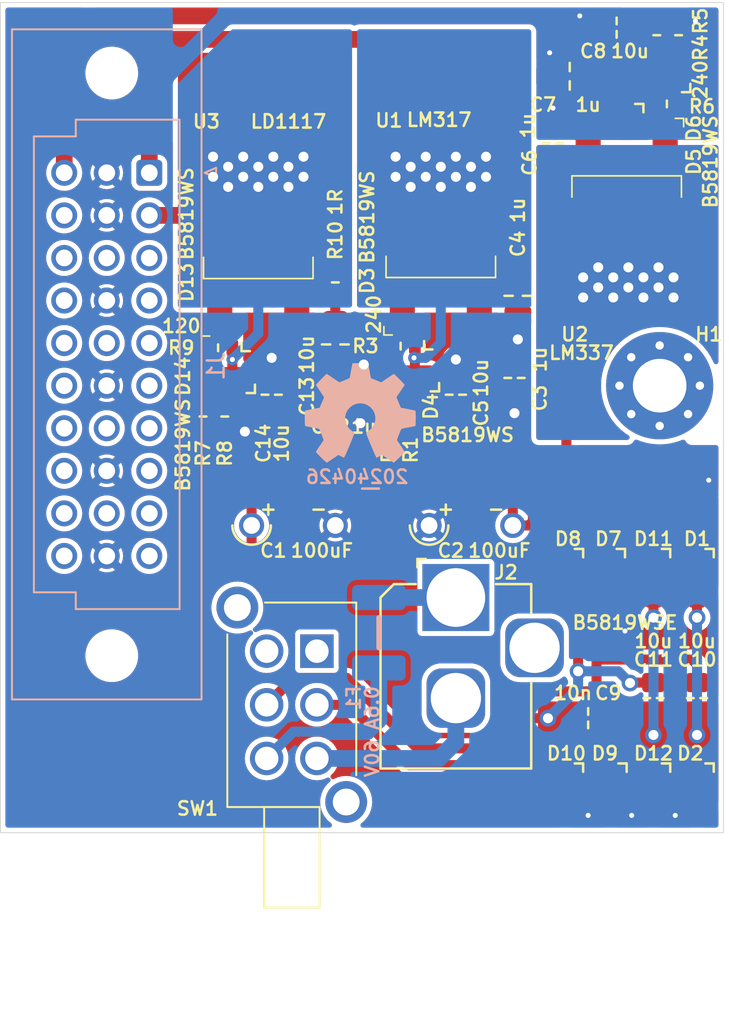
<source format=kicad_pcb>
(kicad_pcb (version 20221018) (generator pcbnew)
  (layers (0 "F.Cu" signal) (31 "B.Cu" signal) (34 "B.Paste" user) (35 "F.Paste" user) (36 "B.SilkS" user "B.Silkscreen") (37 "F.SilkS" user "F.Silkscreen") (38 "B.Mask" user) (39 "F.Mask" user) (44 "Edge.Cuts" user))
  (net 0 "")
  (net 1 "GND")
  (net 2 "/+aV")
  (net 3 "/+5V")
  (net 16 "/-aV")
  (net 17 "/xV")
  (net 26 "/DC1p")
  (net 27 "/DC1n")
  (net 28 "/-adj")
  (net 29 "/AC1_PHASE")
  (net 30 "/AC_NEUT")
  (net 31 "/AC_PHASE1_IN")
  (net 32 "/AC_NEUT_IN")
  (net 36 "Net-(F1-Pad2)")
  (net 37 "/AC_PHASE_NEG")
  (net 38 "/AC_NEUT_NEG")
  (net 39 "Net-(C13-Pad1)")
  (net 40 "/+adj1")
  (net 41 "/+adj2")
  (footprint "SquantorDiodes:SOD-323HE-shikues" (layer "F.Cu") (at 173.5 110.8 -90)
    (fp_text reference "D10" (at -2.5 0 unlocked) (layer "F.SilkS") (effects (font (size 0.8 0.8))))
    (fp_text value "B5819WSE")
    (pad "1" smd roundrect (at -0.675 0 270) (size 1.85 1.1) (layers "F.Cu" "F.Paste" "F.Mask") (roundrect_rratio 0.2) (net 30 "/AC_NEUT"))
    (pad "2" smd roundrect (at 1.15 0 270) (size 0.9 1) (layers "F.Cu" "F.Paste" "F.Mask") (roundrect_rratio 0.2) (net 1 "GND"))
  )
  (footprint "SquantorDiodes:SOD-323HE-shikues" (layer "F.Cu") (at 164 85.7 180)
    (fp_text reference "D4" (at -1.4 -1.9 90 unlocked) (layer "F.SilkS") (effects (font (size 0.8 0.8))))
    (fp_text value "B5819WS" (at -3.6 -3.6 unlocked) (layer "F.SilkS") (effects (font (size 0.8 0.8))))
    (pad "1" smd roundrect (at -0.675 0 180) (size 1.85 1.1) (layers "F.Cu" "F.Paste" "F.Mask") (roundrect_rratio 0.2) (net 2 "/+aV"))
    (pad "2" smd roundrect (at 1.15 0 180) (size 0.9 1) (layers "F.Cu" "F.Paste" "F.Mask") (roundrect_rratio 0.2) (net 40 "/+adj1"))
  )
  (footprint "SquantorIC:TO-252_D-PAK_IRF" (layer "F.Cu") (at 166 74.8375)
    (fp_text reference "U1" (at -3.1 -4.3 unlocked) (layer "F.SilkS") (effects (font (size 0.8 0.8))))
    (fp_text value "LM317" (at -0.1 -4.3375 unlocked) (layer "F.SilkS") (effects (font (size 0.8 0.8))))
    (pad "1" smd roundrect (at -2.3 6.9) (size 1.5 2.5) (layers "F.Cu" "F.Paste" "F.Mask") (roundrect_rratio 0.1) (net 40 "/+adj1"))
    (pad "2" smd roundrect (at 0 0) (size 7 7) (layers "F.Cu" "F.Paste" "F.Mask") (roundrect_rratio 0.02857142857) (net 2 "/+aV"))
    (pad "3" smd roundrect (at 2.3 6.9) (size 1.5 2.5) (layers "F.Cu" "F.Paste" "F.Mask") (roundrect_rratio 0.1) (net 26 "/DC1p"))
  )
  (footprint "SquantorIC:TO-252_D-PAK_IRF" (layer "F.Cu") (at 155.1 74.9)
    (fp_text reference "U3" (at -3.1 -4.3 unlocked) (layer "F.SilkS") (effects (font (size 0.8 0.8))))
    (fp_text value "LD1117" (at 1.8 -4.3 unlocked) (layer "F.SilkS") (effects (font (size 0.8 0.8))))
    (pad "1" smd roundrect (at -2.3 6.9) (size 1.5 2.5) (layers "F.Cu" "F.Paste" "F.Mask") (roundrect_rratio 0.1) (net 41 "/+adj2"))
    (pad "2" smd roundrect (at 0 0) (size 7 7) (layers "F.Cu" "F.Paste" "F.Mask") (roundrect_rratio 0.02857142857) (net 3 "/+5V"))
    (pad "3" smd roundrect (at 2.3 6.9) (size 1.5 2.5) (layers "F.Cu" "F.Paste" "F.Mask") (roundrect_rratio 0.1) (net 26 "/DC1p"))
  )
  (footprint "SquantorResistor:R_0603_hand" (layer "F.Cu") (at 178.9 65.45 90)
    (fp_text reference "R5" (at 0.85 2.6 90) (layer "F.SilkS") (effects (font (size 0.8 0.8))))
    (fp_text value "TBD")
    (pad "1" smd roundrect (at -0.85 0 90) (size 0.7 0.9) (layers "F.Cu" "F.Paste" "F.Mask") (roundrect_rratio 0.1428571429) (net 28 "/-adj"))
    (pad "2" smd roundrect (at 0.85 0 90) (size 0.7 0.9) (layers "F.Cu" "F.Paste" "F.Mask") (roundrect_rratio 0.1428571429) (net 1 "GND"))
  )
  (footprint "SquantorDiodes:SOD-323HE-shikues" (layer "F.Cu") (at 153 85.8 180)
    (fp_text reference "D14" (at 2.4 0 90 unlocked) (layer "F.SilkS") (effects (font (size 0.8 0.8))))
    (fp_text value "B5819WS" (at 2.4 -4.1 90 unlocked) (layer "F.SilkS") (effects (font (size 0.8 0.8))))
    (pad "1" smd roundrect (at -0.675 0 180) (size 1.85 1.1) (layers "F.Cu" "F.Paste" "F.Mask") (roundrect_rratio 0.2) (net 3 "/+5V"))
    (pad "2" smd roundrect (at 1.15 0 180) (size 0.9 1) (layers "F.Cu" "F.Paste" "F.Mask") (roundrect_rratio 0.2) (net 41 "/+adj2"))
  )
  (footprint "SquantorResistor:R_0603_hand" (layer "F.Cu") (at 180.2 65.45 90)
    (fp_text reference "R4" (at -0.75 1.3 90) (layer "F.SilkS") (effects (font (size 0.8 0.8))))
    (fp_text value "TBD")
    (pad "1" smd roundrect (at -0.85 0 90) (size 0.7 0.9) (layers "F.Cu" "F.Paste" "F.Mask") (roundrect_rratio 0.1428571429) (net 28 "/-adj"))
    (pad "2" smd roundrect (at 0.85 0 90) (size 0.7 0.9) (layers "F.Cu" "F.Paste" "F.Mask") (roundrect_rratio 0.1428571429) (net 1 "GND"))
  )
  (footprint "SquantorResistor:R_0603_hand" (layer "F.Cu") (at 163.6 84)
    (fp_text reference "R3" (at -2.1 0 180) (layer "F.SilkS") (effects (font (size 0.8 0.8))))
    (fp_text value "240" (at -1.6 -1.9 -90) (layer "F.SilkS") (effects (font (size 0.8 0.8))))
    (pad "1" smd roundrect (at -0.85 0) (size 0.7 0.9) (layers "F.Cu" "F.Paste" "F.Mask") (roundrect_rratio 0.1428571429) (net 40 "/+adj1"))
    (pad "2" smd roundrect (at 0.85 0) (size 0.7 0.9) (layers "F.Cu" "F.Paste" "F.Mask") (roundrect_rratio 0.1428571429) (net 2 "/+aV"))
  )
  (footprint "SquantorCapacitor:C_0805+0603" (layer "F.Cu") (at 178.7 105 90)
    (fp_text reference "C11" (at 2.3 0 180) (layer "F.SilkS") (effects (font (size 0.8 0.8))))
    (fp_text value "10u" (at 3.4 0 180) (layer "F.SilkS") (effects (font (size 0.8 0.8))))
    (pad "1" smd roundrect (at -0.925 0 90) (size 1.15 1.35) (layers "F.Cu" "F.Paste" "F.Mask") (roundrect_rratio 0.2) (net 38 "/AC_NEUT_NEG"))
    (pad "2" smd roundrect (at 0.925 0 90) (size 1.15 1.35) (layers "F.Cu" "F.Paste" "F.Mask") (roundrect_rratio 0.2) (net 30 "/AC_NEUT"))
  )
  (footprint "SquantorResistor:R_0603_hand" (layer "F.Cu") (at 152.7 84.1)
    (fp_text reference "R9" (at -2.2 0) (layer "F.SilkS") (effects (font (size 0.8 0.8))))
    (fp_text value "120" (at -2.2 -1.3) (layer "F.SilkS") (effects (font (size 0.8 0.8))))
    (pad "1" smd roundrect (at -0.85 0) (size 0.7 0.9) (layers "F.Cu" "F.Paste" "F.Mask") (roundrect_rratio 0.1428571429) (net 41 "/+adj2"))
    (pad "2" smd roundrect (at 0.85 0) (size 0.7 0.9) (layers "F.Cu" "F.Paste" "F.Mask") (roundrect_rratio 0.1428571429) (net 3 "/+5V"))
  )
  (footprint "SquantorCapacitor:C_0805+0603" (layer "F.Cu") (at 174.8 106.2)
    (fp_text reference "C9" (at 1.2 -1.5) (layer "F.SilkS") (effects (font (size 0.8 0.8))))
    (fp_text value "10n" (at -0.9 -1.5) (layer "F.SilkS") (effects (font (size 0.8 0.8))))
    (pad "1" smd roundrect (at -0.925 0) (size 1.15 1.35) (layers "F.Cu" "F.Paste" "F.Mask") (roundrect_rratio 0.2) (net 30 "/AC_NEUT"))
    (pad "2" smd roundrect (at 0.925 0) (size 1.15 1.35) (layers "F.Cu" "F.Paste" "F.Mask") (roundrect_rratio 0.2) (net 29 "/AC1_PHASE"))
  )
  (footprint "SquantorConnectors:BarrelJack_Horizontal_Holed" (layer "F.Cu") (at 166.9 99 90)
    (fp_text reference "J2" (at 1.5 3) (layer "F.SilkS") (effects (font (size 0.8 0.8))))
    (fp_text value "Jack-DC")
    (pad "1" thru_hole rect (at 0 0 90) (size 4 4) (drill 3.5) (layers "*.Cu" "*.Mask") (net 36 "Net-(F1-Pad2)"))
    (pad "2" thru_hole roundrect (at -6 0 90) (size 3.54 3.5) (drill 3) (layers "*.Cu" "*.Mask") (net 32 "/AC_NEUT_IN"))
    (pad "3" thru_hole roundrect (at -3 4.7 90) (size 3.5 3.5) (drill 3) (layers "*.Cu" "*.Mask"))
  )
  (footprint "SquantorCapacitor:C_0805+0603" (layer "F.Cu") (at 160.3 87.2)
    (fp_text reference "C12" (at -0.9 1.6) (layer "F.SilkS") (effects (font (size 0.8 0.8))))
    (fp_text value "1u" (at 1.1 1.6) (layer "F.SilkS") (effects (font (size 0.8 0.8))))
    (pad "1" smd roundrect (at -0.925 0) (size 1.15 1.35) (layers "F.Cu" "F.Paste" "F.Mask") (roundrect_rratio 0.2) (net 26 "/DC1p"))
    (pad "2" smd roundrect (at 0.925 0) (size 1.15 1.35) (layers "F.Cu" "F.Paste" "F.Mask") (roundrect_rratio 0.2) (net 1 "GND"))
  )
  (footprint "SquantorCapacitor:C-050-100-elco-lying" (layer "F.Cu") (at 157.2 94.7)
    (fp_text reference "C1" (at -1.2 1.5 unlocked) (layer "F.SilkS") (effects (font (size 0.8 0.8))))
    (fp_text value "100uF" (at 1.7 1.5 unlocked) (layer "F.SilkS") (effects (font (size 0.8 0.8))))
    (fp_text user "-" (at 1.5 -1 unlocked) (layer "F.SilkS") (effects (font (size 0.8 0.8))))
    (fp_text user "+" (at -1.5 -1 unlocked) (layer "F.SilkS") (effects (font (size 0.8 0.8))))
    (pad "1" thru_hole circle (at -2.5 0) (size 1.5 1.5) (drill 1) (layers "*.Cu" "*.Mask") (net 26 "/DC1p"))
    (pad "2" thru_hole circle (at 2.5 0) (size 1.5 1.5) (drill 1) (layers "*.Cu" "*.Mask") (net 1 "GND"))
  )
  (footprint "SquantorDiodes:SOD-323HE-shikues" (layer "F.Cu") (at 173.5 98 -90)
    (fp_text reference "D8" (at -2.5 -0.1 unlocked) (layer "F.SilkS") (effects (font (size 0.8 0.8))))
    (fp_text value "B5819WSE" (at 2.5 -3.5 unlocked) (layer "F.SilkS") (effects (font (size 0.8 0.8))))
    (pad "1" smd roundrect (at -0.675 0 270) (size 1.85 1.1) (layers "F.Cu" "F.Paste" "F.Mask") (roundrect_rratio 0.2) (net 26 "/DC1p"))
    (pad "2" smd roundrect (at 1.15 0 270) (size 0.9 1) (layers "F.Cu" "F.Paste" "F.Mask") (roundrect_rratio 0.2) (net 30 "/AC_NEUT"))
  )
  (footprint "SquantorDiodes:SOD-323HE-shikues" (layer "F.Cu") (at 178.7 98 -90)
    (fp_text reference "D11" (at -2.5 0 unlocked) (layer "F.SilkS") (effects (font (size 0.8 0.8))))
    (fp_text value "B5819WSE")
    (pad "1" smd roundrect (at -0.675 0 270) (size 1.85 1.1) (layers "F.Cu" "F.Paste" "F.Mask") (roundrect_rratio 0.2) (net 27 "/DC1n"))
    (pad "2" smd roundrect (at 1.15 0 270) (size 0.9 1) (layers "F.Cu" "F.Paste" "F.Mask") (roundrect_rratio 0.2) (net 38 "/AC_NEUT_NEG"))
  )
  (footprint "SquantorResistor:R_0603_hand" (layer "F.Cu") (at 162.9 88.1 -90)
    (fp_text reference "R2" (at 2.1 0 -90) (layer "F.SilkS") (effects (font (size 0.8 0.8))))
    (fp_text value "TBD")
    (pad "1" smd roundrect (at -0.85 0 270) (size 0.7 0.9) (layers "F.Cu" "F.Paste" "F.Mask") (roundrect_rratio 0.1428571429) (net 40 "/+adj1"))
    (pad "2" smd roundrect (at 0.85 0 270) (size 0.7 0.9) (layers "F.Cu" "F.Paste" "F.Mask") (roundrect_rratio 0.1428571429) (net 1 "GND"))
  )
  (footprint "SquantorCapacitor:C_1206_0805" (layer "F.Cu") (at 159.7 83.9 -90)
    (fp_text reference "C13" (at 3.1 1.7 90) (layer "F.SilkS") (effects (font (size 0.8 0.8))))
    (fp_text value "10u" (at 0.6 1.7 90) (layer "F.SilkS") (effects (font (size 0.8 0.8))))
    (pad "1" smd roundrect (at -1.25 0 270) (size 1.5 1.6) (layers "F.Cu" "F.Paste" "F.Mask") (net 39 "Net-(C13-Pad1)"))
    (pad "2" smd roundrect (at 1.25 0 270) (size 1.5 1.6) (layers "F.Cu" "F.Paste" "F.Mask") (net 1 "GND"))
  )
  (footprint "SquantorDiodes:SOD-323HE-shikues" (layer "F.Cu") (at 166 82.3 90)
    (fp_text reference "D3" (at 2.2 -4.4 90 unlocked) (layer "F.SilkS") (effects (font (size 0.8 0.8))))
    (fp_text value "B5819WS" (at 6 -4.4 90 unlocked) (layer "F.SilkS") (effects (font (size 0.8 0.8))))
    (pad "1" smd roundrect (at -0.675 0 90) (size 1.85 1.1) (layers "F.Cu" "F.Paste" "F.Mask") (roundrect_rratio 0.2) (net 26 "/DC1p"))
    (pad "2" smd roundrect (at 1.15 0 90) (size 0.9 1) (layers "F.Cu" "F.Paste" "F.Mask") (roundrect_rratio 0.2) (net 2 "/+aV"))
  )
  (footprint "SquantorResistor:R_0603_hand" (layer "F.Cu") (at 179.5 69.55 180)
    (fp_text reference "R6" (at -2.1 -0.15) (layer "F.SilkS") (effects (font (size 0.8 0.8))))
    (fp_text value "240" (at -2 1.45 90) (layer "F.SilkS") (effects (font (size 0.8 0.8))))
    (pad "1" smd roundrect (at -0.85 0 180) (size 0.7 0.9) (layers "F.Cu" "F.Paste" "F.Mask") (roundrect_rratio 0.1428571429) (net 28 "/-adj"))
    (pad "2" smd roundrect (at 0.85 0 180) (size 0.7 0.9) (layers "F.Cu" "F.Paste" "F.Mask") (roundrect_rratio 0.1428571429) (net 16 "/-aV"))
  )
  (footprint "SquantorDiodes:SOD-323HE-shikues" (layer "F.Cu") (at 181.3 110.8 -90)
    (fp_text reference "D2" (at -2.5 0.4 unlocked) (layer "F.SilkS") (effects (font (size 0.8 0.8))))
    (fp_text value "B5819WSE")
    (pad "1" smd roundrect (at -0.675 0 270) (size 1.85 1.1) (layers "F.Cu" "F.Paste" "F.Mask") (roundrect_rratio 0.2) (net 37 "/AC_PHASE_NEG"))
    (pad "2" smd roundrect (at 1.15 0 270) (size 0.9 1) (layers "F.Cu" "F.Paste" "F.Mask") (roundrect_rratio 0.2) (net 1 "GND"))
  )
  (footprint "SquantorCapacitor:C_0805+0603" (layer "F.Cu") (at 176.5 65 180)
    (fp_text reference "C8" (at 1.4 -1.4) (layer "F.SilkS") (effects (font (size 0.8 0.8))))
    (fp_text value "10u" (at -0.8 -1.4) (layer "F.SilkS") (effects (font (size 0.8 0.8))))
    (pad "1" smd roundrect (at -0.925 0 180) (size 1.15 1.35) (layers "F.Cu" "F.Paste" "F.Mask") (roundrect_rratio 0.2) (net 28 "/-adj"))
    (pad "2" smd roundrect (at 0.925 0 180) (size 1.15 1.35) (layers "F.Cu" "F.Paste" "F.Mask") (roundrect_rratio 0.2) (net 1 "GND"))
  )
  (footprint "SquantorDiodes:SOD-323HE-shikues" (layer "F.Cu") (at 155.1 82.4 90)
    (fp_text reference "D13" (at 2.2 -4.3 90 unlocked) (layer "F.SilkS") (effects (font (size 0.8 0.8))))
    (fp_text value "B5819WS" (at 6.3 -4.3 90 unlocked) (layer "F.SilkS") (effects (font (size 0.8 0.8))))
    (pad "1" smd roundrect (at -0.675 0 90) (size 1.85 1.1) (layers "F.Cu" "F.Paste" "F.Mask") (roundrect_rratio 0.2) (net 26 "/DC1p"))
    (pad "2" smd roundrect (at 1.15 0 90) (size 0.9 1) (layers "F.Cu" "F.Paste" "F.Mask") (roundrect_rratio 0.2) (net 3 "/+5V"))
  )
  (footprint "SquantorDiodes:SOD-323HE-shikues" (layer "F.Cu") (at 181.3 98 -90)
    (fp_text reference "D1" (at -2.5 0 unlocked) (layer "F.SilkS") (effects (font (size 0.8 0.8))))
    (fp_text value "B5819WSE")
    (pad "1" smd roundrect (at -0.675 0 270) (size 1.85 1.1) (layers "F.Cu" "F.Paste" "F.Mask") (roundrect_rratio 0.2) (net 27 "/DC1n"))
    (pad "2" smd roundrect (at 1.15 0 270) (size 0.9 1) (layers "F.Cu" "F.Paste" "F.Mask") (roundrect_rratio 0.2) (net 37 "/AC_PHASE_NEG"))
  )
  (footprint "SquantorCapacitor:C_1206_0805" (layer "F.Cu") (at 173.7 67.9 180)
    (fp_text reference "C7" (at 1.6 -1.7 180) (layer "F.SilkS") (effects (font (size 0.8 0.8))))
    (fp_text value "1u" (at -1.1 -1.7 180) (layer "F.SilkS") (effects (font (size 0.8 0.8))))
    (pad "1" smd roundrect (at -1.25 0 180) (size 1.5 1.6) (layers "F.Cu" "F.Paste" "F.Mask") (net 16 "/-aV"))
    (pad "2" smd roundrect (at 1.25 0 180) (size 1.5 1.6) (layers "F.Cu" "F.Paste" "F.Mask") (net 1 "GND"))
  )
  (footprint "SquantorCapacitor:C_0805+0603" (layer "F.Cu") (at 155.9 86.9 90)
    (fp_text reference "C14" (at -2.9 -0.5 90) (layer "F.SilkS") (effects (font (size 0.8 0.8))))
    (fp_text value "10u" (at -2.9 0.6 90) (layer "F.SilkS") (effects (font (size 0.8 0.8))))
    (pad "1" smd roundrect (at -0.925 0 90) (size 1.15 1.35) (layers "F.Cu" "F.Paste" "F.Mask") (roundrect_rratio 0.2) (net 41 "/+adj2"))
    (pad "2" smd roundrect (at 0.925 0 90) (size 1.15 1.35) (layers "F.Cu" "F.Paste" "F.Mask") (roundrect_rratio 0.2) (net 1 "GND"))
  )
  (footprint "SquantorCapacitor:C_0805+0603" (layer "F.Cu") (at 170.4 85.9 -90)
    (fp_text reference "C3" (at 1.2 -1.5 90) (layer "F.SilkS") (effects (font (size 0.8 0.8))))
    (fp_text value "1u" (at -1.1 -1.5 90) (layer "F.SilkS") (effects (font (size 0.8 0.8))))
    (pad "1" smd roundrect (at -0.925 0 270) (size 1.15 1.35) (layers "F.Cu" "F.Paste" "F.Mask") (roundrect_rratio 0.2) (net 26 "/DC1p"))
    (pad "2" smd roundrect (at 0.925 0 270) (size 1.15 1.35) (layers "F.Cu" "F.Paste" "F.Mask") (roundrect_rratio 0.2) (net 1 "GND"))
  )
  (footprint "SquantorResistor:R_0603_hand" (layer "F.Cu") (at 164.2 88.1 -90)
    (fp_text reference "R1" (at 2.1 0 -90) (layer "F.SilkS") (effects (font (size 0.8 0.8))))
    (fp_text value "TBD")
    (pad "1" smd roundrect (at -0.85 0 270) (size 0.7 0.9) (layers "F.Cu" "F.Paste" "F.Mask") (roundrect_rratio 0.1428571429) (net 40 "/+adj1"))
    (pad "2" smd roundrect (at 0.85 0 270) (size 0.7 0.9) (layers "F.Cu" "F.Paste" "F.Mask") (roundrect_rratio 0.1428571429) (net 1 "GND"))
  )
  (footprint "SquantorCapacitor:C-050-100-elco-lying" (layer "F.Cu") (at 167.8 94.7)
    (fp_text reference "C2" (at -1.2 1.5 unlocked) (layer "F.SilkS") (effects (font (size 0.8 0.8))))
    (fp_text value "100uF" (at 1.7 1.5 unlocked) (layer "F.SilkS") (effects (font (size 0.8 0.8))))
    (fp_text user "-" (at 1.5 -1 unlocked) (layer "F.SilkS") (effects (font (size 0.8 0.8))))
    (fp_text user "+" (at -1.5 -1 unlocked) (layer "F.SilkS") (effects (font (size 0.8 0.8))))
    (pad "1" thru_hole circle (at -2.5 0) (size 1.5 1.5) (drill 1) (layers "*.Cu" "*.Mask") (net 1 "GND"))
    (pad "2" thru_hole circle (at 2.5 0) (size 1.5 1.5) (drill 1) (layers "*.Cu" "*.Mask") (net 27 "/DC1n"))
  )
  (footprint "SquantorCapacitor:C_0805+0603" (layer "F.Cu") (at 166.9 86.9 90)
    (fp_text reference "C5" (at -1.1 1.5 90) (layer "F.SilkS") (effects (font (size 0.8 0.8))))
    (fp_text value "10u" (at 1 1.5 90) (layer "F.SilkS") (effects (font (size 0.8 0.8))))
    (pad "1" smd roundrect (at -0.925 0 90) (size 1.15 1.35) (layers "F.Cu" "F.Paste" "F.Mask") (roundrect_rratio 0.2) (net 40 "/+adj1"))
    (pad "2" smd roundrect (at 0.925 0 90) (size 1.15 1.35) (layers "F.Cu" "F.Paste" "F.Mask") (roundrect_rratio 0.2) (net 1 "GND"))
  )
  (footprint "SquantorDiodes:SOD-323HE-shikues" (layer "F.Cu") (at 177.1 71.45 -90)
    (fp_text reference "D5" (at 1.55 -4 90 unlocked) (layer "F.SilkS") (effects (font (size 0.8 0.8))))
    (fp_text value "B5819WS" (at 1.55 -5 90 unlocked) (layer "F.SilkS") (effects (font (size 0.8 0.8))))
    (pad "1" smd roundrect (at -0.675 0 270) (size 1.85 1.1) (layers "F.Cu" "F.Paste" "F.Mask") (roundrect_rratio 0.2) (net 16 "/-aV"))
    (pad "2" smd roundrect (at 1.15 0 270) (size 0.9 1) (layers "F.Cu" "F.Paste" "F.Mask") (roundrect_rratio 0.2) (net 27 "/DC1n"))
  )
  (footprint "SquantorDiodes:SOD-323HE-shikues" (layer "F.Cu") (at 178.7 110.8 -90)
    (fp_text reference "D12" (at -2.5 0 unlocked) (layer "F.SilkS") (effects (font (size 0.8 0.8))))
    (fp_text value "B5819WSE")
    (pad "1" smd roundrect (at -0.675 0 270) (size 1.85 1.1) (layers "F.Cu" "F.Paste" "F.Mask") (roundrect_rratio 0.2) (net 38 "/AC_NEUT_NEG"))
    (pad "2" smd roundrect (at 1.15 0 270) (size 0.9 1) (layers "F.Cu" "F.Paste" "F.Mask") (roundrect_rratio 0.2) (net 1 "GND"))
  )
  (footprint "SquantorResistor:R_0603_hand" (layer "F.Cu") (at 153.1 88.2 -90)
    (fp_text reference "R8" (at 2.2 0 90) (layer "F.SilkS") (effects (font (size 0.8 0.8))))
    (fp_text value "TBD")
    (pad "1" smd roundrect (at -0.85 0 270) (size 0.7 0.9) (layers "F.Cu" "F.Paste" "F.Mask") (roundrect_rratio 0.1428571429) (net 41 "/+adj2"))
    (pad "2" smd roundrect (at 0.85 0 270) (size 0.7 0.9) (layers "F.Cu" "F.Paste" "F.Mask") (roundrect_rratio 0.1428571429) (net 1 "GND"))
  )
  (footprint "SquantorCapacitor:C_0805+0603" (layer "F.Cu") (at 172.7 71.9 90)
    (fp_text reference "C6" (at -1.15 -1.4 270) (layer "F.SilkS") (effects (font (size 0.8 0.8))))
    (fp_text value "1u" (at 1.05 -1.5 90) (layer "F.SilkS") (effects (font (size 0.8 0.8))))
    (pad "1" smd roundrect (at -0.925 0 90) (size 1.15 1.35) (layers "F.Cu" "F.Paste" "F.Mask") (roundrect_rratio 0.2) (net 27 "/DC1n"))
    (pad "2" smd roundrect (at 0.925 0 90) (size 1.15 1.35) (layers "F.Cu" "F.Paste" "F.Mask") (roundrect_rratio 0.2) (net 1 "GND"))
  )
  (footprint "SquantorDiodes:SOD-323HE-shikues" (layer "F.Cu") (at 176.1 110.8 -90)
    (fp_text reference "D9" (at -2.5 0.3 unlocked) (layer "F.SilkS") (effects (font (size 0.8 0.8))))
    (fp_text value "B5819WSE")
    (pad "1" smd roundrect (at -0.675 0 270) (size 1.85 1.1) (layers "F.Cu" "F.Paste" "F.Mask") (roundrect_rratio 0.2) (net 29 "/AC1_PHASE"))
    (pad "2" smd roundrect (at 1.15 0 270) (size 0.9 1) (layers "F.Cu" "F.Paste" "F.Mask") (roundrect_rratio 0.2) (net 1 "GND"))
  )
  (footprint "SquantorSwitches:PS-22F02" (layer "F.Cu") (at 157.1 105.4 -90)
    (fp_text reference "SW1" (at 6.19 5.635 unlocked) (layer "F.SilkS") (effects (font (size 0.8 0.8))))
    (fp_text value "switch_DPDT")
    (pad "1" thru_hole rect (at -3.2 -1.5 270) (size 2 2) (drill 1.4) (layers "*.Cu" "*.Mask"))
    (pad "2" thru_hole circle (at 0 -1.5 270) (size 2 2) (drill 1.4) (layers "*.Cu" "*.Mask") (net 30 "/AC_NEUT"))
    (pad "3" thru_hole circle (at 3.2 -1.5 270) (size 2 2) (drill 1.4) (layers "*.Cu" "*.Mask") (net 32 "/AC_NEUT_IN"))
    (pad "4" thru_hole circle (at 3.2 1.5 270) (size 2 2) (drill 1.4) (layers "*.Cu" "*.Mask") (net 31 "/AC_PHASE1_IN"))
    (pad "5" thru_hole circle (at 0 1.5 270) (size 2 2) (drill 1.4) (layers "*.Cu" "*.Mask") (net 29 "/AC1_PHASE"))
    (pad "6" thru_hole circle (at -3.2 1.5 270) (size 2 2) (drill 1.4) (layers "*.Cu" "*.Mask"))
    (pad "S" thru_hole circle (at -5.8 3.25 270) (size 2.5 2.5) (drill 1.6) (layers "*.Cu" "*.Mask"))
    (pad "S" thru_hole circle (at 5.8 -3.25 270) (size 2.5 2.5) (drill 1.6) (layers "*.Cu" "*.Mask"))
  )
  (footprint "SquantorDiodes:SOD-323HE-shikues" (layer "F.Cu") (at 179 67.85 180)
    (fp_text reference "D6" (at -2.1 -3.15 90 unlocked) (layer "F.SilkS") (effects (font (size 0.8 0.8))))
    (fp_text value "B5819WS" hide)
    (pad "1" smd roundrect (at -0.675 0 180) (size 1.85 1.1) (layers "F.Cu" "F.Paste" "F.Mask") (roundrect_rratio 0.2) (net 28 "/-adj"))
    (pad "2" smd roundrect (at 1.15 0 180) (size 0.9 1) (layers "F.Cu" "F.Paste" "F.Mask") (roundrect_rratio 0.2) (net 16 "/-aV"))
  )
  (footprint "SquantorIC:TO-252_D-PAK_IRF" (layer "F.Cu") (at 177.1 78.9125 180)
    (fp_text reference "U2" (at 3.1 -4.3875 unlocked) (layer "F.SilkS") (effects (font (size 0.8 0.8))))
    (fp_text value "LM337" (at 2.7 -5.4875 unlocked) (layer "F.SilkS") (effects (font (size 0.8 0.8))))
    (pad "1" smd roundrect (at -2.3 6.9 180) (size 1.5 2.5) (layers "F.Cu" "F.Paste" "F.Mask") (roundrect_rratio 0.1) (net 28 "/-adj"))
    (pad "2" smd roundrect (at 0 0 180) (size 7 7) (layers "F.Cu" "F.Paste" "F.Mask") (roundrect_rratio 0.02857142857) (net 27 "/DC1n"))
    (pad "3" smd roundrect (at 2.3 6.9 180) (size 1.5 2.5) (layers "F.Cu" "F.Paste" "F.Mask") (roundrect_rratio 0.1) (net 16 "/-aV"))
  )
  (footprint "SquantorCapacitor:C_0805+0603" (layer "F.Cu") (at 181.3 105 90)
    (fp_text reference "C10" (at 2.3 0 180) (layer "F.SilkS") (effects (font (size 0.8 0.8))))
    (fp_text value "10u" (at 3.4 0 180) (layer "F.SilkS") (effects (font (size 0.8 0.8))))
    (pad "1" smd roundrect (at -0.925 0 90) (size 1.15 1.35) (layers "F.Cu" "F.Paste" "F.Mask") (roundrect_rratio 0.2) (net 37 "/AC_PHASE_NEG"))
    (pad "2" smd roundrect (at 0.925 0 90) (size 1.15 1.35) (layers "F.Cu" "F.Paste" "F.Mask") (roundrect_rratio 0.2) (net 29 "/AC1_PHASE"))
  )
  (footprint "SquantorPcbOutline:MountingHole_3.2mm_M3_Pad_Via" (layer "F.Cu") (at 179.07 86.36)
    (fp_text reference "H1" (at 2.93 -3.06) (layer "F.SilkS") (effects (font (size 0.8 0.8))))
    (fp_text value "MountingHole")
    (pad "1" thru_hole circle (at -2.4 0) (size 0.9 0.9) (drill 0.5) (layers "*.Cu" "*.Mask"))
    (pad "1" thru_hole circle (at -1.697056 -1.697056) (size 0.9 0.9) (drill 0.5) (layers "*.Cu" "*.Mask"))
    (pad "1" thru_hole circle (at -1.697056 1.697056) (size 0.9 0.9) (drill 0.5) (layers "*.Cu" "*.Mask"))
    (pad "1" thru_hole circle (at 0 -2.4) (size 0.9 0.9) (drill 0.5) (layers "*.Cu" "*.Mask"))
    (pad "1" thru_hole circle (at 0 0) (size 6.4 6.4) (drill 3.2) (layers "*.Cu" "*.Mask"))
    (pad "1" thru_hole circle (at 0 2.4) (size 0.9 0.9) (drill 0.5) (layers "*.Cu" "*.Mask"))
    (pad "1" thru_hole circle (at 1.697056 -1.697056) (size 0.9 0.9) (drill 0.5) (layers "*.Cu" "*.Mask"))
    (pad "1" thru_hole circle (at 1.697056 1.697056) (size 0.9 0.9) (drill 0.5) (layers "*.Cu" "*.Mask"))
    (pad "1" thru_hole circle (at 2.4 0) (size 0.9 0.9) (drill 0.5) (layers "*.Cu" "*.Mask"))
  )
  (footprint "SquantorDiodes:SOD-323HE-shikues" (layer "F.Cu") (at 176 98 -90)
    (fp_text reference "D7" (at -2.5 0 unlocked) (layer "F.SilkS") (effects (font (size 0.8 0.8))))
    (fp_text value "B5819WSE")
    (pad "1" smd roundrect (at -0.675 0 270) (size 1.85 1.1) (layers "F.Cu" "F.Paste" "F.Mask") (roundrect_rratio 0.2) (net 26 "/DC1p"))
    (pad "2" smd roundrect (at 1.15 0 270) (size 0.9 1) (layers "F.Cu" "F.Paste" "F.Mask") (roundrect_rratio 0.2) (net 29 "/AC1_PHASE"))
  )
  (footprint "SquantorResistor:R_0603_hand" (layer "F.Cu") (at 159.7 80.2 -90)
    (fp_text reference "R10" (at -2.5 0 90) (layer "F.SilkS") (effects (font (size 0.8 0.8))))
    (fp_text value "1R" (at -4.8 0 90) (layer "F.SilkS") (effects (font (size 0.8 0.8))))
    (pad "1" smd roundrect (at -0.85 0 270) (size 0.7 0.9) (layers "F.Cu" "F.Paste" "F.Mask") (roundrect_rratio 0.1428571429) (net 3 "/+5V"))
    (pad "2" smd roundrect (at 0.85 0 270) (size 0.7 0.9) (layers "F.Cu" "F.Paste" "F.Mask") (roundrect_rratio 0.1428571429) (net 39 "Net-(C13-Pad1)"))
  )
  (footprint "SquantorResistor:R_0603_hand" (layer "F.Cu") (at 151.8 88.2 -90)
    (fp_text reference "R7" (at 2.2 0 90) (layer "F.SilkS") (effects (font (size 0.8 0.8))))
    (fp_text value "TBD")
    (pad "1" smd roundrect (at -0.85 0 270) (size 0.7 0.9) (layers "F.Cu" "F.Paste" "F.Mask") (roundrect_rratio 0.1428571429) (net 41 "/+adj2"))
    (pad "2" smd roundrect (at 0.85 0 270) (size 0.7 0.9) (layers "F.Cu" "F.Paste" "F.Mask") (roundrect_rratio 0.1428571429) (net 1 "GND"))
  )
  (footprint "SquantorCapacitor:C_1206_0805" (layer "F.Cu") (at 170.6 81 -90)
    (fp_text reference "C4" (at -3.1 0 -90) (layer "F.SilkS") (effects (font (size 0.8 0.8))))
    (fp_text value "1u" (at -5.1 0 -90) (layer "F.SilkS") (effects (font (size 0.8 0.8))))
    (pad "1" smd roundrect (at -1.25 0 270) (size 1.5 1.6) (layers "F.Cu" "F.Paste" "F.Mask") (net 2 "/+aV"))
    (pad "2" smd roundrect (at 1.25 0 270) (size 1.5 1.6) (layers "F.Cu" "F.Paste" "F.Mask") (net 1 "GND"))
  )
  (footprint "SquantorLabels:Label_Generic" (layer "B.Cu") (at 161.8 91.9 180)
    (fp_text reference "N1" hide)
    (fp_text value "20240426" (at 0.8 0.1) (layer "B.SilkS") (effects (font (size 0.8 0.8)) (justify mirror)))
  )
  (footprint "Symbol:OSHW-Symbol_6.7x6mm_SilkScreen" (layer "B.Cu") (at 161.2 88 180)
    (fp_text reference "N2" hide)
    (fp_text value "OHWLOGO" hide)
  )
  (footprint "SquantorRcl:F_1812-bourns" (layer "B.Cu") (at 162.3 101.1 90)
    (fp_text reference "F1" (at -3.9 -1.5 90 unlocked) (layer "B.SilkS") (effects (font (size 0.8 0.8)) (justify mirror)))
    (fp_text value "0.6A 60V" (at -5.9 -0.4 90 unlocked) (layer "B.SilkS") (effects (font (size 0.8 0.8)) (justify mirror)))
    (pad "1" smd roundrect (at -2.1 0 90) (size 1.5 3.2) (layers "B.Cu" "B.Paste" "B.Mask") (roundrect_rratio 0.2) (net 31 "/AC_PHASE1_IN"))
    (pad "2" smd roundrect (at 2.1 0 90) (size 1.5 3.2) (layers "B.Cu" "B.Paste" "B.Mask") (roundrect_rratio 0.2) (net 36 "Net-(F1-Pad2)"))
  )
  (footprint "SquantorConnectors:DIN41612_R3_3x10_Male_Vertical_THT" (layer "B.Cu") (at 146.05 85.09 -90)
    (fp_text reference "J1" (at 0.1 -6.52 90) (layer "B.SilkS") (effects (justify mirror)))
    (fp_text value "~")
    (pad "" np_thru_hole circle (at -17.38 -0.3 180) (size 2.85 2.85) (drill 2.85) (layers "*.Cu" "*.Mask"))
    (pad "" np_thru_hole circle (at 17.38 -0.3 180) (size 2.85 2.85) (drill 2.85) (layers "*.Cu" "*.Mask"))
    (pad "A1" thru_hole roundrect (at -11.43 -2.54 180) (size 1.55 1.55) (drill 1) (layers "*.Cu" "*.Mask") (roundrect_rratio 0.16129) (net 2 "/+aV"))
    (pad "A2" thru_hole circle (at -8.89 -2.54 180) (size 1.55 1.55) (drill 1) (layers "*.Cu" "*.Mask") (net 3 "/+5V"))
    (pad "A3" thru_hole circle (at -6.35 -2.54 180) (size 1.55 1.55) (drill 1) (layers "*.Cu" "*.Mask"))
    (pad "A4" thru_hole circle (at -3.81 -2.54 180) (size 1.55 1.55) (drill 1) (layers "*.Cu" "*.Mask"))
    (pad "A5" thru_hole circle (at -1.27 -2.54 180) (size 1.55 1.55) (drill 1) (layers "*.Cu" "*.Mask"))
    (pad "A6" thru_hole circle (at 1.27 -2.54 180) (size 1.55 1.55) (drill 1) (layers "*.Cu" "*.Mask"))
    (pad "A7" thru_hole circle (at 3.81 -2.54 180) (size 1.55 1.55) (drill 1) (layers "*.Cu" "*.Mask"))
    (pad "A8" thru_hole circle (at 6.35 -2.54 180) (size 1.55 1.55) (drill 1) (layers "*.Cu" "*.Mask"))
    (pad "A9" thru_hole circle (at 8.89 -2.54 180) (size 1.55 1.55) (drill 1) (layers "*.Cu" "*.Mask"))
    (pad "A10" thru_hole circle (at 11.43 -2.54 180) (size 1.55 1.55) (drill 1) (layers "*.Cu" "*.Mask"))
    (pad "B1" thru_hole circle (at -11.43 0 180) (size 1.55 1.55) (drill 1) (layers "*.Cu" "*.Mask") (net 1 "GND"))
    (pad "B2" thru_hole circle (at -8.89 0 180) (size 1.55 1.55) (drill 1) (layers "*.Cu" "*.Mask") (net 1 "GND"))
    (pad "B3" thru_hole circle (at -6.35 0 180) (size 1.55 1.55) (drill 1) (layers "*.Cu" "*.Mask"))
    (pad "B4" thru_hole circle (at -3.81 0 180) (size 1.55 1.55) (drill 1) (layers "*.Cu" "*.Mask") (net 1 "GND"))
    (pad "B5" thru_hole circle (at -1.27 0 180) (size 1.55 1.55) (drill 1) (layers "*.Cu" "*.Mask"))
    (pad "B6" thru_hole circle (at 1.27 0 180) (size 1.55 1.55) (drill 1) (layers "*.Cu" "*.Mask") (net 1 "GND"))
    (pad "B7" thru_hole circle (at 3.81 0 180) (size 1.55 1.55) (drill 1) (layers "*.Cu" "*.Mask"))
    (pad "B8" thru_hole circle (at 6.35 0 180) (size 1.55 1.55) (drill 1) (layers "*.Cu" "*.Mask") (net 1 "GND"))
    (pad "B9" thru_hole circle (at 8.89 0 180) (size 1.55 1.55) (drill 1) (layers "*.Cu" "*.Mask"))
    (pad "B10" thru_hole circle (at 11.43 0 180) (size 1.55 1.55) (drill 1) (layers "*.Cu" "*.Mask") (net 1 "GND"))
    (pad "C1" thru_hole circle (at -11.43 2.54 180) (size 1.55 1.55) (drill 1) (layers "*.Cu" "*.Mask") (net 16 "/-aV"))
    (pad "C2" thru_hole circle (at -8.89 2.54 180) (size 1.55 1.55) (drill 1) (layers "*.Cu" "*.Mask") (net 17 "/xV"))
    (pad "C3" thru_hole circle (at -6.35 2.54 180) (size 1.55 1.55) (drill 1) (layers "*.Cu" "*.Mask"))
    (pad "C4" thru_hole circle (at -3.81 2.54 180) (size 1.55 1.55) (drill 1) (layers "*.Cu" "*.Mask"))
    (pad "C5" thru_hole circle (at -1.27 2.54 180) (size 1.55 1.55) (drill 1) (layers "*.Cu" "*.Mask"))
    (pad "C6" thru_hole circle (at 1.27 2.54 180) (size 1.55 1.55) (drill 1) (layers "*.Cu" "*.Mask"))
    (pad "C7" thru_hole circle (at 3.81 2.54 180) (size 1.55 1.55) (drill 1) (layers "*.Cu" "*.Mask"))
    (pad "C8" thru_hole circle (at 6.35 2.54 180) (size 1.55 1.55) (drill 1) (layers "*.Cu" "*.Mask"))
    (pad "C9" thru_hole circle (at 8.89 2.54 180) (size 1.55 1.55) (drill 1) (layers "*.Cu" "*.Mask"))
    (pad "C10" thru_hole circle (at 11.43 2.54 180) (size 1.55 1.55) (drill 1) (layers "*.Cu" "*.Mask"))
  )
  (gr_rect (start 139.7 63.5) (end 182.88 113.03) (stroke (width 0.05)) (fill none) (layer "Edge.Cuts"))
  (segment (start 166.9 85.975) (end 166.9 84.8) (width 1) (layer "F.Cu") (net 1))
  (segment (start 170.6 83.6) (end 170.6 82.25) (width 0.6) (layer "F.Cu") (net 1))
  (segment (start 159.75 85.1) (end 159.7 85.15) (width 1) (layer "F.Cu") (net 1))
  (segment (start 161.4 85.1) (end 159.75 85.1) (width 1) (layer "F.Cu") (net 1))
  (segment (start 170.4 86.825) (end 170.4 88) (width 1) (layer "F.Cu") (net 1))
  (segment (start 155.9 85.975) (end 155.9 84.7) (width 0.6) (layer "F.Cu") (net 1))
  (via (at 172.7 69.8) (size 0.7) (drill 0.3) (layers "F.Cu" "B.Cu") (net 1))
  (via (at 181.2 64.6) (size 0.7) (drill 0.3) (layers "F.Cu" "B.Cu") (net 1))
  (via (at 170.6 83.6) (size 1) (drill 0.6) (layers "F.Cu" "B.Cu") (net 1))
  (via (at 182 92) (size 0.7) (drill 0.3) (layers "F.Cu" "B.Cu") (net 1))
  (via (at 174.3 64.3) (size 0.7) (drill 0.3) (layers "F.Cu" "B.Cu") (net 1))
  (via (at 166.9 84.8) (size 1) (drill 0.6) (layers "F.Cu" "B.Cu") (net 1))
  (via (at 180 112) (size 0.7) (drill 0.3) (layers "F.Cu" "B.Cu") (net 1))
  (via (at 177.4 112) (size 0.7) (drill 0.3) (layers "F.Cu" "B.Cu") (net 1))
  (via (at 170.4 88) (size 1) (drill 0.6) (layers "F.Cu" "B.Cu") (net 1))
  (via (at 172.5 66.5) (size 0.7) (drill 0.3) (layers "F.Cu" "B.Cu") (net 1))
  (via (at 161.2 88.6) (size 1) (drill 0.6) (layers "F.Cu" "B.Cu") (net 1))
  (via (at 155.9 84.7) (size 1) (drill 0.6) (layers "F.Cu" "B.Cu") (net 1))
  (via (at 177 101) (size 0.7) (drill 0.3) (layers "F.Cu" "B.Cu") (net 1))
  (via (at 154.3 89.1) (size 1) (drill 0.6) (layers "F.Cu" "B.Cu") (net 1))
  (via (at 174.8 112) (size 0.7) (drill 0.3) (layers "F.Cu" "B.Cu") (net 1))
  (via (at 161.4 85.1) (size 1) (drill 0.6) (layers "F.Cu" "B.Cu") (net 1))
  (segment (start 174.3 64.3) (end 153.2 64.3) (width 1) (layer "B.Cu") (net 1))
  (segment (start 153.2 64.3) (end 146.05 71.45) (width 1) (layer "B.Cu") (net 1))
  (segment (start 146.05 71.45) (end 146.05 73.66) (width 1) (layer "B.Cu") (net 1))
  (segment (start 149.6 65.7) (end 149.1 66.2) (width 1) (layer "F.Cu") (net 2))
  (segment (start 166 66.2) (end 165.5 65.7) (width 1) (layer "F.Cu") (net 2))
  (segment (start 164.45 84) (end 164.45 85.475) (width 0.6) (layer "F.Cu") (net 2))
  (segment (start 164.45 85.475) (end 164.675 85.7) (width 0.6) (layer "F.Cu") (net 2))
  (segment (start 148.59 71.81) (end 148.59 73.66) (width 1) (layer "F.Cu") (net 2))
  (segment (start 149.1 66.2) (end 149.1 71.3) (width 1) (layer "F.Cu") (net 2))
  (segment (start 166 73.3) (end 166 66.2) (width 1) (layer "F.Cu") (net 2))
  (segment (start 165.5 65.7) (end 149.6 65.7) (width 1) (layer "F.Cu") (net 2))
  (segment (start 149.1 71.3) (end 148.59 71.81) (width 1) (layer "F.Cu") (net 2))
  (via (at 164.4 84.7) (size 0.7) (drill 0.3) (layers "F.Cu" "B.Cu") (net 2))
  (via (at 163.3 72.7) (size 1) (drill 0.6) (layers "F.Cu" "B.Cu") (net 2))
  (via (at 166 73.3) (size 1) (drill 0.6) (layers "F.Cu" "B.Cu") (net 2))
  (via (at 166 74.5) (size 1) (drill 0.6) (layers "F.Cu" "B.Cu") (net 2))
  (via (at 166.9 72.7) (size 1) (drill 0.6) (layers "F.Cu" "B.Cu") (net 2))
  (via (at 164.2 74.5) (size 1) (drill 0.6) (layers "F.Cu" "B.Cu") (net 2))
  (via (at 163.3 73.9) (size 1) (drill 0.6) (layers "F.Cu" "B.Cu") (net 2))
  (via (at 167.8 74.5) (size 1) (drill 0.6) (layers "F.Cu" "B.Cu") (net 2))
  (via (at 164.2 73.3) (size 1) (drill 0.6) (layers "F.Cu" "B.Cu") (net 2))
  (via (at 165.1 73.9) (size 1) (drill 0.6) (layers "F.Cu" "B.Cu") (net 2))
  (via (at 166.9 73.9) (size 1) (drill 0.6) (layers "F.Cu" "B.Cu") (net 2))
  (via (at 168.7 72.7) (size 1) (drill 0.6) (layers "F.Cu" "B.Cu") (net 2))
  (via (at 167.8 73.3) (size 1) (drill 0.6) (layers "F.Cu" "B.Cu") (net 2))
  (via (at 168.7 73.9) (size 1) (drill 0.6) (layers "F.Cu" "B.Cu") (net 2))
  (via (at 165.1 72.7) (size 1) (drill 0.6) (layers "F.Cu" "B.Cu") (net 2))
  (segment (start 164.4 84.7) (end 165.1 84.7) (width 0.6) (layer "B.Cu") (net 2))
  (segment (start 165.1 84.7) (end 166 83.8) (width 0.6) (layer "B.Cu") (net 2))
  (segment (start 166 83.8) (end 166 74.5) (width 0.6) (layer "B.Cu") (net 2))
  (segment (start 153.8 76.2) (end 155.1 74.9) (width 1) (layer "F.Cu") (net 3))
  (segment (start 148.59 76.2) (end 153.8 76.2) (width 1) (layer "F.Cu") (net 3))
  (segment (start 153.55 84.8) (end 153.55 85.675) (width 0.6) (layer "F.Cu") (net 3))
  (segment (start 153.55 85.675) (end 153.675 85.8) (width 0.6) (layer "F.Cu") (net 3))
  (segment (start 153.55 84.1) (end 153.55 84.8) (width 0.6) (layer "F.Cu") (net 3))
  (via (at 156.9 74.5) (size 1) (drill 0.6) (layers "F.Cu" "B.Cu") (net 3))
  (via (at 153.55 84.8) (size 0.7) (drill 0.3) (layers "F.Cu" "B.Cu") (net 3))
  (via (at 157.8 72.7) (size 1) (drill 0.6) (layers "F.Cu" "B.Cu") (net 3))
  (via (at 154.2 73.9) (size 1) (drill 0.6) (layers "F.Cu" "B.Cu") (net 3))
  (via (at 156 73.9) (size 1) (drill 0.6) (layers "F.Cu" "B.Cu") (net 3))
  (via (at 155.1 74.5) (size 1) (drill 0.6) (layers "F.Cu" "B.Cu") (net 3))
  (via (at 156 72.7) (size 1) (drill 0.6) (layers "F.Cu" "B.Cu") (net 3))
  (via (at 152.4 72.7) (size 1) (drill 0.6) (layers "F.Cu" "B.Cu") (net 3))
  (via (at 155.1 73.3) (size 1) (drill 0.6) (layers "F.Cu" "B.Cu") (net 3))
  (via (at 152.4 73.9) (size 1) (drill 0.6) (layers "F.Cu" "B.Cu") (net 3))
  (via (at 154.2 72.7) (size 1) (drill 0.6) (layers "F.Cu" "B.Cu") (net 3))
  (via (at 157.8 73.9) (size 1) (drill 0.6) (layers "F.Cu" "B.Cu") (net 3))
  (via (at 153.3 74.5) (size 1) (drill 0.6) (layers "F.Cu" "B.Cu") (net 3))
  (via (at 156.9 73.3) (size 1) (drill 0.6) (layers "F.Cu" "B.Cu") (net 3))
  (via (at 153.3 73.3) (size 1) (drill 0.6) (layers "F.Cu" "B.Cu") (net 3))
  (segment (start 155.1 83.25) (end 153.55 84.8) (width 0.6) (layer "B.Cu") (net 3))
  (segment (start 155.1 74.5) (end 155.1 83.25) (width 0.6) (layer "B.Cu") (net 3))
  (segment (start 174.95 66.65) (end 172.6 64.3) (width 1) (layer "F.Cu") (net 16))
  (segment (start 172.6 64.3) (end 145.5 64.3) (width 1) (layer "F.Cu") (net 16))
  (segment (start 174.95 67.9) (end 174.95 66.65) (width 1) (layer "F.Cu") (net 16))
  (segment (start 145.5 64.3) (end 143.51 66.29) (width 1) (layer "F.Cu") (net 16))
  (segment (start 143.51 66.29) (end 143.51 73.66) (width 1) (layer "F.Cu") (net 16))
  (segment (start 155.7 92) (end 157.4 92) (width 0.6) (layer "F.Cu") (net 26))
  (segment (start 173.5 97.325) (end 172.475 96.3) (width 0.6) (layer "F.Cu") (net 26))
  (segment (start 172.475 96.3) (end 155.1 96.3) (width 0.6) (layer "F.Cu") (net 26))
  (segment (start 154.7 93) (end 155.7 92) (width 0.6) (layer "F.Cu") (net 26))
  (segment (start 157.4 81.8) (end 157.4 87.2) (width 0.6) (layer "F.Cu") (net 26))
  (segment (start 168.3 89.5) (end 168.3 81.7375) (width 0.6) (layer "F.Cu") (net 26))
  (segment (start 155.1 96.3) (end 154.7 95.9) (width 0.6) (layer "F.Cu") (net 26))
  (segment (start 159.375 87.2) (end 157.4 87.2) (width 0.6) (layer "F.Cu") (net 26))
  (segment (start 154.7 94.7) (end 154.7 93) (width 0.6) (layer "F.Cu") (net 26))
  (segment (start 165.8 92) (end 168.3 89.5) (width 0.6) (layer "F.Cu") (net 26))
  (segment (start 154.7 95.9) (end 154.7 94.7) (width 0.6) (layer "F.Cu") (net 26))
  (segment (start 157.4 87.2) (end 157.4 92) (width 0.6) (layer "F.Cu") (net 26))
  (segment (start 157.4 92) (end 165.8 92) (width 0.6) (layer "F.Cu") (net 26))
  (segment (start 178.7 92.8) (end 178.3 92.4) (width 0.6) (layer "F.Cu") (net 27))
  (segment (start 173.5 90.1) (end 173.5 82.1) (width 0.6) (layer "F.Cu") (net 27))
  (segment (start 178.7 97.325) (end 178.7 92.8) (width 0.6) (layer "F.Cu") (net 27))
  (segment (start 178.3 92.4) (end 172.1 92.4) (width 0.6) (layer "F.Cu") (net 27))
  (segment (start 173.5 82.1) (end 174.5 81.1) (width 0.6) (layer "F.Cu") (net 27))
  (segment (start 170.3 91) (end 170.8 90.5) (width 0.6) (layer "F.Cu") (net 27))
  (segment (start 170.8 90.5) (end 173.1 90.5) (width 0.6) (layer "F.Cu") (net 27))
  (segment (start 173.1 90.5) (end 173.5 90.1) (width 0.6) (layer "F.Cu") (net 27))
  (segment (start 170.3 94.7) (end 170.3 91) (width 0.6) (layer "F.Cu") (net 27))
  (segment (start 171.5 93) (end 171.5 94.45) (width 0.6) (layer "F.Cu") (net 27))
  (segment (start 171.25 94.7) (end 170.3 94.7) (width 0.6) (layer "F.Cu") (net 27))
  (segment (start 171.5 94.45) (end 171.25 94.7) (width 0.6) (layer "F.Cu") (net 27))
  (segment (start 172.1 92.4) (end 171.5 93) (width 0.6) (layer "F.Cu") (net 27))
  (via (at 178.1 79.9) (size 1) (drill 0.6) (layers "F.Cu" "B.Cu") (net 27))
  (via (at 174.5 81.1) (size 1) (drill 0.6) (layers "F.Cu" "B.Cu") (net 27))
  (via (at 179 79.3) (size 1) (drill 0.6) (layers "F.Cu" "B.Cu") (net 27))
  (via (at 176.3 81.1) (size 1) (drill 0.6) (layers "F.Cu" "B.Cu") (net 27))
  (via (at 177.2 80.5) (size 1) (drill 0.6) (layers "F.Cu" "B.Cu") (net 27))
  (via (at 178.1 81.1) (size 1) (drill 0.6) (layers "F.Cu" "B.Cu") (net 27))
  (via (at 179.9 79.9) (size 1) (drill 0.6) (layers "F.Cu" "B.Cu") (net 27))
  (via (at 174.5 79.9) (size 1) (drill 0.6) (layers "F.Cu" "B.Cu") (net 27))
  (via (at 179 80.5) (size 1) (drill 0.6) (layers "F.Cu" "B.Cu") (net 27))
  (via (at 175.4 80.5) (size 1) (drill 0.6) (layers "F.Cu" "B.Cu") (net 27))
  (via (at 177.2 79.3) (size 1) (drill 0.6) (layers "F.Cu" "B.Cu") (net 27))
  (via (at 176.3 79.9) (size 1) (drill 0.6) (layers "F.Cu" "B.Cu") (net 27))
  (via (at 179.9 81.1) (size 1) (drill 0.6) (layers "F.Cu" "B.Cu") (net 27))
  (via (at 175.4 79.3) (size 1) (drill 0.6) (layers "F.Cu" "B.Cu") (net 27))
  (segment (start 177.7 66.3) (end 177.425 66.025) (width 0.4) (layer "F.Cu") (net 28))
  (segment (start 179.4 71.5) (end 179.4 72.0125) (width 0.4) (layer "F.Cu") (net 28))
  (segment (start 180.35 66.45) (end 180.2 66.3) (width 0.4) (layer "F.Cu") (net 28))
  (segment (start 179.675 67.85) (end 180.15 67.85) (width 0.4) (layer "F.Cu") (net 28))
  (segment (start 180.35 68.05) (end 180.35 69.55) (width 0.4) (layer "F.Cu") (net 28))
  (segment (start 180.35 70.55) (end 179.4 71.5) (width 0.4) (layer "F.Cu") (net 28))
  (segment (start 178.9 66.3) (end 177.7 66.3) (width 0.4) (layer "F.Cu") (net 28))
  (segment (start 180.2 66.3) (end 178.9 66.3) (width 0.4) (layer "F.Cu") (net 28))
  (segment (start 177.425 66.025) (end 177.425 65) (width 0.4) (layer "F.Cu") (net 28))
  (segment (start 180.35 69.55) (end 180.35 70.55) (width 0.4) (layer "F.Cu") (net 28))
  (segment (start 180.2 66.3) (end 180.2 67.325) (width 0.4) (layer "F.Cu") (net 28))
  (segment (start 180.15 67.85) (end 180.35 68.05) (width 0.4) (layer "F.Cu") (net 28))
  (segment (start 155.6 105.4) (end 157.2 103.8) (width 0.6) (layer "F.Cu") (net 29))
  (segment (start 160.4 103.8) (end 164.6 108) (width 0.6) (layer "F.Cu") (net 29))
  (segment (start 181.3 103) (end 181 102.7) (width 0.6) (layer "F.Cu") (net 29))
  (segment (start 175.95 99.15) (end 175.3 99.8) (width 0.6) (layer "F.Cu") (net 29))
  (segment (start 181 102.7) (end 175.3 102.7) (width 0.6) (layer "F.Cu") (net 29))
  (segment (start 164.6 108) (end 168 108) (width 0.6) (layer "F.Cu") (net 29))
  (segment (start 175.3 102.7) (end 175.3 104.6) (width 0.6) (layer "F.Cu") (net 29))
  (segment (start 181.3 104.075) (end 181.3 103) (width 0.6) (layer "F.Cu") (net 29))
  (segment (start 171.4 104.6) (end 175.3 104.6) (width 0.6) (layer "F.Cu") (net 29))
  (segment (start 176 99.15) (end 175.95 99.15) (width 0.6) (layer "F.Cu") (net 29))
  (segment (start 175.3 104.6) (end 175.725 105.025) (width 0.6) (layer "F.Cu") (net 29))
  (segment (start 168 108) (end 171.4 104.6) (width 0.6) (layer "F.Cu") (net 29))
  (segment (start 175.725 105.025) (end 175.725 106.2) (width 0.6) (layer "F.Cu") (net 29))
  (segment (start 157.2 103.8) (end 160.4 103.8) (width 0.6) (layer "F.Cu") (net 29))
  (segment (start 175.3 99.8) (end 175.3 102.7) (width 0.6) (layer "F.Cu") (net 29))
  (segment (start 178.7 104.075) (end 177.325 104.075) (width 0.6) (layer "F.Cu") (net 30))
  (segment (start 177.325 104.075) (end 177.3 104.1) (width 0.6) (layer "F.Cu") (net 30))
  (segment (start 171.2 106.2) (end 172.4 106.2) (width 0.6) (layer "F.Cu") (net 30))
  (segment (start 164.1 109) (end 168.4 109) (width 0.6) (layer "F.Cu") (net 30))
  (segment (start 174.2 103.4) (end 174.2 99.8) (width 0.6) (layer "F.Cu") (net 30))
  (segment (start 168.4 109) (end 171.2 106.2) (width 0.6) (layer "F.Cu") (net 30))
  (segment (start 158.6 105.4) (end 160.5 105.4) (width 0.6) (layer "F.Cu") (net 30))
  (segment (start 172.4 106.2) (end 173.875 106.2) (width 0.6) (layer "F.Cu") (net 30))
  (segment (start 174.2 99.8) (end 173.55 99.15) (width 0.6) (layer "F.Cu") (net 30))
  (segment (start 173.55 99.15) (end 173.5 99.15) (width 0.6) (layer "F.Cu") (net 30))
  (segment (start 160.5 105.4) (end 164.1 109) (width 0.6) (layer "F.Cu") (net 30))
  (via (at 174.2 103.4) (size 1) (drill 0.6) (layers "F.Cu" "B.Cu") (net 30))
  (via (at 172.4 106.2) (size 1) (drill 0.6) (layers "F.Cu" "B.Cu") (net 30))
  (via (at 177.3 104.1) (size 1) (drill 0.6) (layers "F.Cu" "B.Cu") (net 30))
  (segment (start 174.2 104.4) (end 172.4 106.2) (width 0.6) (layer "B.Cu") (net 30))
  (segment (start 176.6 103.4) (end 174.2 103.4) (width 0.6) (layer "B.Cu") (net 30))
  (segment (start 174.2 103.4) (end 174.2 104.4) (width 0.6) (layer "B.Cu") (net 30))
  (segment (start 177.3 104.1) (end 176.6 103.4) (width 0.6) (layer "B.Cu") (net 30))
  (segment (start 161.9 106.7) (end 161.6 107) (width 1) (layer "B.Cu") (net 31))
  (segment (start 162.3 103.2) (end 162.3 106.3) (width 1) (layer "B.Cu") (net 31))
  (segment (start 157.2 107) (end 155.6 108.6) (width 0.6) (layer "B.Cu") (net 31))
  (segment (start 162.3 106.3) (end 161.9 106.7) (width 1) (layer "B.Cu") (net 31))
  (segment (start 161.6 107) (end 159.4 107) (width 1) (layer "B.Cu") (net 31))
  (segment (start 159.4 107) (end 157.2 107) (width 0.6) (layer "B.Cu") (net 31))
  (segment (start 166.9 107.6) (end 165.9 108.6) (width 1) (layer "B.Cu") (net 32))
  (segment (start 165.9 108.6) (end 158.6 108.6) (width 1) (layer "B.Cu") (net 32))
  (segment (start 166.9 105) (end 166.9 107.6) (width 1) (layer "B.Cu") (net 32))
  (segment (start 166.9 99) (end 162.3 99) (width 1) (layer "B.Cu") (net 36))
  (segment (start 181.3 100.2) (end 181.3 99.15) (width 0.6) (layer "F.Cu") (net 37))
  (via (at 181.3 107.2) (size 1) (drill 0.6) (layers "F.Cu" "B.Cu") (net 37))
  (via (at 181.3 100.2) (size 1) (drill 0.6) (layers "F.Cu" "B.Cu") (net 37))
  (segment (start 181.3 100.2) (end 181.3 107.2) (width 0.6) (layer "B.Cu") (net 37))
  (segment (start 178.7 99.15) (end 178.7 100.2) (width 0.6) (layer "F.Cu") (net 38))
  (via (at 178.7 100.2) (size 1) (drill 0.6) (layers "F.Cu" "B.Cu") (net 38))
  (via (at 178.7 107.2) (size 1) (drill 0.6) (layers "F.Cu" "B.Cu") (net 38))
  (segment (start 178.7 100.2) (end 178.7 107.2) (width 0.6) (layer "B.Cu") (net 38))
  (segment (start 159.7 82.65) (end 159.7 81.05) (width 0.6) (layer "F.Cu") (net 39))
  (segment (start 163.3 84) (end 163.6 83.7) (width 0.4) (layer "F.Cu") (net 40))
  (segment (start 165.05 87.25) (end 165.625 87.825) (width 0.4) (layer "F.Cu") (net 40))
  (segment (start 162.75 84) (end 162.75 85.6) (width 0.4) (layer "F.Cu") (net 40))
  (segment (start 162.85 87.2) (end 162.9 87.25) (width 0.4) (layer "F.Cu") (net 40))
  (segment (start 162.85 85.7) (end 162.85 87.2) (width 0.4) (layer "F.Cu") (net 40))
  (segment (start 163.6 81.8375) (end 163.7 81.7375) (width 0.4) (layer "F.Cu") (net 40))
  (segment (start 163.6 83.7) (end 163.6 81.8375) (width 0.4) (layer "F.Cu") (net 40))
  (segment (start 162.75 85.6) (end 162.85 85.7) (width 0.4) (layer "F.Cu") (net 40))
  (segment (start 162.75 84) (end 163.3 84) (width 0.4) (layer "F.Cu") (net 40))
  (segment (start 165.625 87.825) (end 166.9 87.825) (width 0.4) (layer "F.Cu") (net 40))
  (segment (start 164.2 87.25) (end 162.9 87.25) (width 0.4) (layer "F.Cu") (net 40))
  (segment (start 164.2 87.25) (end 165.05 87.25) (width 0.4) (layer "F.Cu") (net 40))
  (segment (start 153.95 87.35) (end 153.1 87.35) (width 0.4) (layer "F.Cu") (net 41))
  (segment (start 152.6 84.1) (end 152.7 84) (width 0.4) (layer "F.Cu") (net 41))
  (segment (start 151.8 85.85) (end 151.85 85.8) (width 0.4) (layer "F.Cu") (net 41))
  (segment (start 155.9 87.825) (end 154.425 87.825) (width 0.4) (layer "F.Cu") (net 41))
  (segment (start 151.85 84.1) (end 151.85 85.8) (width 0.4) (layer "F.Cu") (net 41))
  (segment (start 151.8 87.35) (end 153.1 87.35) (width 0.4) (layer "F.Cu") (net 41))
  (segment (start 152.7 84) (end 152.7 81.9) (width 0.4) (layer "F.Cu") (net 41))
  (segment (start 151.85 84.1) (end 152.6 84.1) (width 0.4) (layer "F.Cu") (net 41))
  (segment (start 151.8 87.35) (end 151.8 85.85) (width 0.4) (layer "F.Cu") (net 41))
  (segment (start 152.7 81.9) (end 152.8 81.8) (width 0.4) (layer "F.Cu") (net 41))
  (segment (start 154.425 87.825) (end 153.95 87.35) (width 0.4) (layer "F.Cu") (net 41))
  (zone (net 38) (net_name "/AC_NEUT_NEG") (layer "F.Cu") (priority 1) (connect_pads (clearance 0.3)) (min_thickness 0.25) (fill yes (thermal_gap 0.5) (thermal_bridge_width 0.5))
    (polygon (pts (xy 177.6 105.2) (xy 179.8 105.2) (xy 179.8 111.3) (xy 177.6 111.3)))
  )
  (zone (net 26) (net_name "/DC1p") (layer "F.Cu") (priority 1) (connect_pads (clearance 0.3)) (min_thickness 0.3) (fill yes (thermal_gap 0.2) (thermal_bridge_width 0.5))
    (polygon (pts (xy 164.9 82) (xy 171.4 82) (xy 171.4 86) (xy 164.9 86)))
  )
  (zone (net 26) (net_name "/DC1p") (layer "F.Cu") (priority 1) (connect_pads (clearance 0.3)) (min_thickness 0.3) (fill yes (thermal_gap 0.2) (thermal_bridge_width 0.5))
    (polygon (pts (xy 154.2 82) (xy 160.7 82) (xy 160.7 86) (xy 154.2 86)))
  )
  (zone (net 29) (net_name "/AC1_PHASE") (layer "F.Cu") (priority 1) (connect_pads (clearance 0.3)) (min_thickness 0.25) (fill yes (thermal_gap 0.5) (thermal_bridge_width 0.5))
    (polygon (pts (xy 175 111.3) (xy 175 105.2) (xy 177.2 105.2) (xy 177.2 111.3)))
  )
  (zone (net 30) (net_name "/AC_NEUT") (layer "F.Cu") (priority 1) (connect_pads (clearance 0.3)) (min_thickness 0.25) (fill yes (thermal_gap 0.5) (thermal_bridge_width 0.5))
    (polygon (pts (xy 171.8 105.2) (xy 174.6 105.2) (xy 174.6 111.3) (xy 171.8 111.3)))
  )
  (zone (net 26) (net_name "/DC1p") (layer "F.Cu") (priority 9) (connect_pads (clearance 0.3)) (min_thickness 0.25) (fill yes (thermal_gap 0.5) (thermal_bridge_width 0.5))
    (polygon (pts (xy 172 98.5) (xy 177.1 98.5) (xy 177.1 93) (xy 172 93)))
  )
  (zone (net 37) (net_name "/AC_PHASE_NEG") (layer "F.Cu") (priority 1) (connect_pads (clearance 0.3)) (min_thickness 0.25) (fill yes (thermal_gap 0.5) (thermal_bridge_width 0.5))
    (polygon (pts (xy 180.2 105.2) (xy 182.7 105.2) (xy 182.7 111.3) (xy 180.2 111.3)))
  )
  (zone (net 16) (net_name "/-aV") (layer "F.Cu") (priority 5) (connect_pads (clearance 0.2)) (min_thickness 0.2) (fill yes (thermal_gap 0.2) (thermal_bridge_width 0.5))
    (polygon (pts (xy 173.9 66.8) (xy 179.2 66.8) (xy 179.2 71.7) (xy 173.9 71.7)))
  )
  (zone (net 27) (net_name "/DC1n") (layer "F.Cu") (priority 10) (connect_pads (clearance 0.3)) (min_thickness 0.25) (fill yes (thermal_gap 0.5) (thermal_bridge_width 0.5))
    (polygon (pts (xy 177.6 98.5) (xy 182.6 98.5) (xy 182.6 93) (xy 177.6 93)))
  )
  (zone (net 27) (net_name "/DC1n") (layers "F&B.Cu") (priority 1) (connect_pads (clearance 0.3)) (min_thickness 0.3) (fill yes (thermal_gap 0.2) (thermal_bridge_width 0.5))
    (polygon (pts (xy 171.7 72) (xy 182.9 72) (xy 182.9 89.6) (xy 171.7 89.6)))
  )
  (zone (net 2) (net_name "/+aV") (layers "F&B.Cu") (priority 1) (connect_pads (clearance 0.3)) (min_thickness 0.3) (fill yes (thermal_gap 0.2) (thermal_bridge_width 0.5))
    (polygon (pts (xy 171.4 81.7) (xy 171.4 63.5) (xy 161 63.5) (xy 161 81.7)))
  )
  (zone (net 1) (net_name "GND") (layers "F&B.Cu") (connect_pads (clearance 0.3)) (min_thickness 0.3) (fill yes (thermal_gap 0.2) (thermal_bridge_width 0.5))
    (polygon (pts (xy 139.7 63.5) (xy 182.88 63.5) (xy 182.88 113.03) (xy 139.7 113.03)))
  )
  (zone (net 3) (net_name "/+5V") (layers "F&B.Cu") (priority 1) (connect_pads (clearance 0.3)) (min_thickness 0.3) (fill yes (thermal_gap 0.2) (thermal_bridge_width 0.5))
    (polygon (pts (xy 160.7 81.7) (xy 160.7 63.5) (xy 150.3 63.5) (xy 150.3 81.7)))
  )
)
</source>
